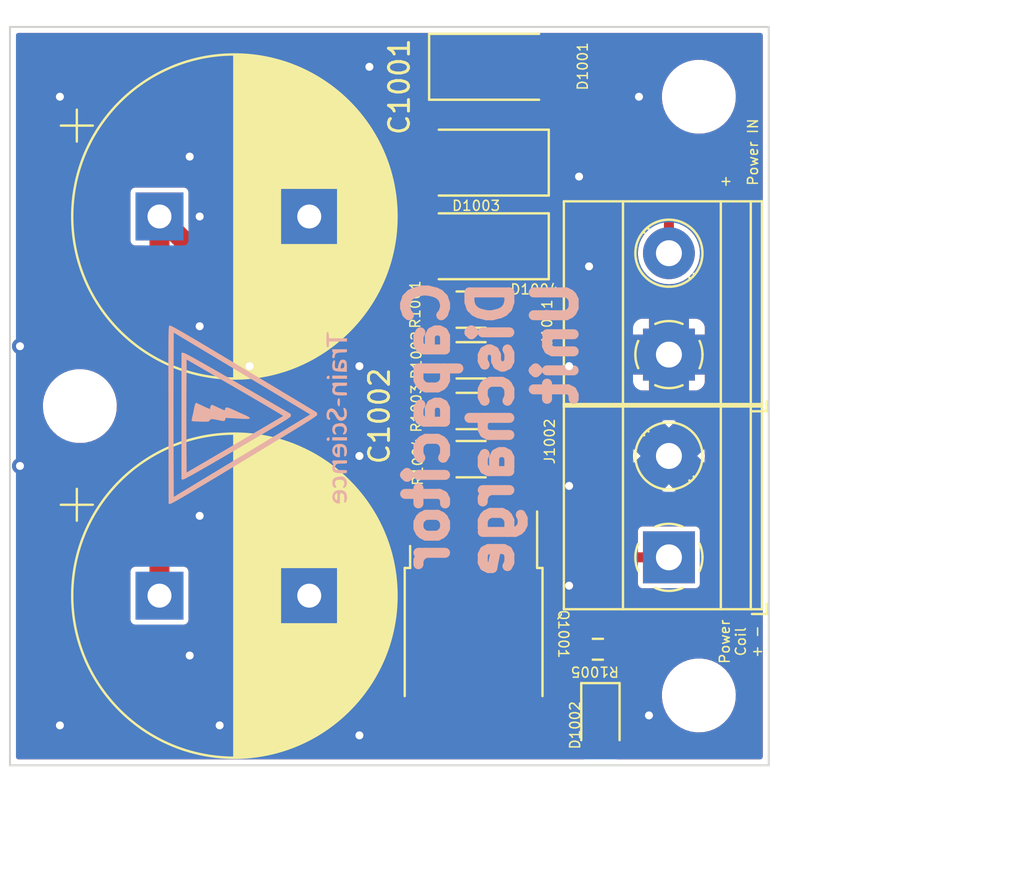
<source format=kicad_pcb>
(kicad_pcb (version 20221018) (generator pcbnew)
  (layers (0 "F.Cu" signal) (31 "B.Cu" signal) (34 "B.Paste" user) (35 "F.Paste" user) (36 "B.SilkS" user "B.Silkscreen") (37 "F.SilkS" user "F.Silkscreen") (38 "B.Mask" user) (39 "F.Mask" user) (44 "Edge.Cuts" user))
  (net 0 "")
  (net 1 "Net-(D1002-A)")
  (net 2 "Net-(D1001-K)")
  (net 3 "Net-(D1002-K)")
  (net 4 "GND")
  (net 5 "/AC1(+)")
  (net 6 "/OUT+")
  (footprint "MountingHole:MountingHole_3.2mm_M3" (layer "F.Cu") (at 81.5 71)
    (fp_text reference "REF**" hide)
    (fp_text value "MountingHole_3.2mm_M3")
    (pad "" np_thru_hole circle (at 0 0) (size 3.2 3.2) (drill 3.2) (layers "F&B.Cu" "*.Mask"))
  )
  (footprint "Diode_SMD:D_SMA" (layer "F.Cu") (at 102.5 54)
    (fp_text reference "D1001" (at 4.18 -0.025 90 unlocked) (layer "F.SilkS") (effects (font (size 0.5 0.5) (thickness 0.075))))
    (fp_text value "D")
    (pad "1" smd roundrect (at -2 0) (size 2.5 1.8) (layers "F.Cu" "F.Paste" "F.Mask") (roundrect_rratio 0.1388888889) (net 2 "Net-(D1001-K)"))
    (pad "2" smd roundrect (at 2 0) (size 2.5 1.8) (layers "F.Cu" "F.Paste" "F.Mask") (roundrect_rratio 0.1388888889) (net 5 "/AC1(+)"))
  )
  (footprint "LED_SMD:LED_0805_2012Metric_Pad1.15x1.40mm_HandSolder" (layer "F.Cu") (at 107.569 86.741 -90)
    (fp_text reference "D1002" (at 0.254 1.27 -270 unlocked) (layer "F.SilkS") (effects (font (size 0.5 0.5) (thickness 0.075))))
    (fp_text value "LED")
    (pad "1" smd roundrect (at -1.025 0 270) (size 1.15 1.4) (layers "F.Cu" "F.Paste" "F.Mask") (roundrect_rratio 0.2173913043) (net 3 "Net-(D1002-K)"))
    (pad "2" smd roundrect (at 1.025 0 270) (size 1.15 1.4) (layers "F.Cu" "F.Paste" "F.Mask") (roundrect_rratio 0.2173913043) (net 1 "Net-(D1002-A)"))
  )
  (footprint "Diode_SMD:D_SMA" (layer "F.Cu") (at 101.473 62.992 180)
    (fp_text reference "D1004" (at -2.794 -2.159 unlocked) (layer "F.SilkS") (effects (font (size 0.5 0.5) (thickness 0.075))))
    (fp_text value "D")
    (pad "1" smd roundrect (at -2 0 180) (size 2.5 1.8) (layers "F.Cu" "F.Paste" "F.Mask") (roundrect_rratio 0.1388888889) (net 6 "/OUT+"))
    (pad "2" smd roundrect (at 2 0 180) (size 2.5 1.8) (layers "F.Cu" "F.Paste" "F.Mask") (roundrect_rratio 0.1388888889) (net 1 "Net-(D1002-A)"))
  )
  (footprint "Capacitor_THT:CP_Radial_D16.0mm_P7.50mm" (layer "F.Cu") (at 85.487246 80.5)
    (fp_text reference "C1002" (at 11.012754 -9 90) (layer "F.SilkS"))
    (fp_text value "1000uF")
    (pad "1" thru_hole rect (at 0 0) (size 2.4 2.4) (drill 1.2) (layers "*.Cu" "*.Mask") (net 1 "Net-(D1002-A)"))
    (pad "2" thru_hole circle (at 7.5 0) (size 2.4 2.4) (drill 1.2) (layers "*.Cu" "*.Mask") (net 4 "GND"))
  )
  (footprint "MountingHole:MountingHole_3.2mm_M3" (layer "F.Cu") (at 112.5 55.5)
    (fp_text reference "REF**" hide)
    (fp_text value "MountingHole_3.2mm_M3")
    (pad "" np_thru_hole circle (at 0 0) (size 3.2 3.2) (drill 3.2) (layers "F&B.Cu" "*.Mask"))
  )
  (footprint "custom_kicad_lib_sk:R_1206_smalltext" (layer "F.Cu") (at 101.092 66.167)
    (fp_text reference "R1001" (at -2.794 -0.254 90 unlocked) (layer "F.SilkS") (effects (font (size 0.5 0.5) (thickness 0.075))))
    (fp_text value "2k")
    (pad "1" smd roundrect (at -1.4625 0) (size 1.125 1.75) (layers "F.Cu" "F.Paste" "F.Mask") (roundrect_rratio 0.2222222222) (net 2 "Net-(D1001-K)"))
    (pad "2" smd roundrect (at 1.4625 0) (size 1.125 1.75) (layers "F.Cu" "F.Paste" "F.Mask") (roundrect_rratio 0.2222222222) (net 6 "/OUT+"))
  )
  (footprint "custom_kicad_lib_sk:R_1206_smalltext" (layer "F.Cu") (at 101.092 73.66)
    (fp_text reference "R1004" (at -2.667 0.127 90 unlocked) (layer "F.SilkS") (effects (font (size 0.5 0.5) (thickness 0.075))))
    (fp_text value "2k")
    (pad "1" smd roundrect (at -1.4625 0) (size 1.125 1.75) (layers "F.Cu" "F.Paste" "F.Mask") (roundrect_rratio 0.2222222222) (net 2 "Net-(D1001-K)"))
    (pad "2" smd roundrect (at 1.4625 0) (size 1.125 1.75) (layers "F.Cu" "F.Paste" "F.Mask") (roundrect_rratio 0.2222222222) (net 6 "/OUT+"))
  )
  (footprint "TerminalBlock_Phoenix:TerminalBlock_Phoenix_MKDS-1,5-2-5.08_1x02_P5.08mm_Horizontal" (layer "F.Cu") (at 111 78.58 90)
    (fp_text reference "J1002" (at 5.809 -5.971 90 unlocked) (layer "F.SilkS") (effects (font (size 0.5 0.5) (thickness 0.075))))
    (fp_text value "Screw_Terminal_01x02")
    (pad "1" thru_hole rect (at 0 0 90) (size 2.6 2.6) (drill 1.3) (layers "*.Cu" "*.Mask") (net 6 "/OUT+"))
    (pad "2" thru_hole circle (at 5.08 0 90) (size 2.6 2.6) (drill 1.3) (layers "*.Cu" "*.Mask") (net 4 "GND"))
  )
  (footprint "custom_kicad_lib_sk:R_1206_smalltext" (layer "F.Cu") (at 101.092 71.247)
    (fp_text reference "R1003" (at -2.738 -0.127 90 unlocked) (layer "F.SilkS") (effects (font (size 0.5 0.5) (thickness 0.075))))
    (fp_text value "2k")
    (pad "1" smd roundrect (at -1.4625 0) (size 1.125 1.75) (layers "F.Cu" "F.Paste" "F.Mask") (roundrect_rratio 0.2222222222) (net 2 "Net-(D1001-K)"))
    (pad "2" smd roundrect (at 1.4625 0) (size 1.125 1.75) (layers "F.Cu" "F.Paste" "F.Mask") (roundrect_rratio 0.2222222222) (net 6 "/OUT+"))
  )
  (footprint "custom_kicad_lib_sk:R_1206_smalltext" (layer "F.Cu") (at 101.092 68.707)
    (fp_text reference "R1002" (at -2.738 -0.254 90 unlocked) (layer "F.SilkS") (effects (font (size 0.5 0.5) (thickness 0.075))))
    (fp_text value "2k")
    (pad "1" smd roundrect (at -1.4625 0) (size 1.125 1.75) (layers "F.Cu" "F.Paste" "F.Mask") (roundrect_rratio 0.2222222222) (net 2 "Net-(D1001-K)"))
    (pad "2" smd roundrect (at 1.4625 0) (size 1.125 1.75) (layers "F.Cu" "F.Paste" "F.Mask") (roundrect_rratio 0.2222222222) (net 6 "/OUT+"))
  )
  (footprint "MountingHole:MountingHole_3.2mm_M3" (layer "F.Cu") (at 112.5 85.5)
    (fp_text reference "REF**" hide)
    (fp_text value "MountingHole_3.2mm_M3")
    (pad "" np_thru_hole circle (at 0 0) (size 3.2 3.2) (drill 3.2) (layers "*.Cu" "*.Mask"))
  )
  (footprint "TerminalBlock_Phoenix:TerminalBlock_Phoenix_MKDS-1,5-2-5.08_1x02_P5.08mm_Horizontal" (layer "F.Cu") (at 111 68.42 90)
    (fp_text reference "J1001" (at 1.618 -6.098 90 unlocked) (layer "F.SilkS") (effects (font (size 0.5 0.5) (thickness 0.075))))
    (fp_text value "Screw_Terminal_01x02")
    (pad "1" thru_hole rect (at 0 0 90) (size 2.6 2.6) (drill 1.3) (layers "*.Cu" "*.Mask") (net 4 "GND"))
    (pad "2" thru_hole circle (at 5.08 0 90) (size 2.6 2.6) (drill 1.3) (layers "*.Cu" "*.Mask") (net 5 "/AC1(+)"))
  )
  (footprint "Capacitor_THT:CP_Radial_D16.0mm_P7.50mm" (layer "F.Cu") (at 85.487246 61.5)
    (fp_text reference "C1001" (at 12.012754 -6.5 90) (layer "F.SilkS"))
    (fp_text value "1000uF]")
    (pad "1" thru_hole rect (at 0 0) (size 2.4 2.4) (drill 1.2) (layers "*.Cu" "*.Mask") (net 1 "Net-(D1002-A)"))
    (pad "2" thru_hole circle (at 7.5 0) (size 2.4 2.4) (drill 1.2) (layers "*.Cu" "*.Mask") (net 4 "GND"))
  )
  (footprint "Package_TO_SOT_SMD:TO-252-2" (layer "F.Cu") (at 101.219 82.423 -90)
    (fp_text reference "Q1001" (at 0 -4.5 -90 unlocked) (layer "F.SilkS") (effects (font (size 0.5 0.5) (thickness 0.075))))
    (fp_text value "4A_DARLINGTON")
    (pad "1" smd roundrect (at -5.04 -2.28 270) (size 2.2 1.2) (layers "F.Cu" "F.Paste" "F.Mask") (roundrect_rratio 0.2083333333) (net 6 "/OUT+"))
    (pad "2" smd roundrect (at -0.415 -1.525 270) (size 3.05 2.75) (layers "F.Cu" "F.Paste") (roundrect_rratio 0.09090909091) (net 2 "Net-(D1001-K)"))
    (pad "2" smd roundrect (at -0.415 1.525 270) (size 3.05 2.75) (layers "F.Cu" "F.Paste") (roundrect_rratio 0.09090909091) (net 2 "Net-(D1001-K)"))
    (pad "2" smd roundrect (at 1.26 0 270) (size 6.4 5.8) (layers "F.Cu" "F.Mask") (roundrect_rratio 0.04310293103) (net 2 "Net-(D1001-K)"))
    (pad "2" smd roundrect (at 2.935 -1.525 270) (size 3.05 2.75) (layers "F.Cu" "F.Paste") (roundrect_rratio 0.09090909091) (net 2 "Net-(D1001-K)"))
    (pad "2" smd roundrect (at 2.935 1.525 270) (size 3.05 2.75) (layers "F.Cu" "F.Paste") (roundrect_rratio 0.09090909091) (net 2 "Net-(D1001-K)"))
    (pad "3" smd roundrect (at -5.04 2.28 270) (size 2.2 1.2) (layers "F.Cu" "F.Paste" "F.Mask") (roundrect_rratio 0.2083333333) (net 1 "Net-(D1002-A)"))
  )
  (footprint "custom_kicad_lib_sk:R_0603_smalltext" (layer "F.Cu") (at 107.442 83.185 180)
    (fp_text reference "R1005" (at 0.15 -1.125 180 unlocked) (layer "F.SilkS") (effects (font (size 0.5 0.5) (thickness 0.075))))
    (fp_text value "1k")
    (pad "1" smd roundrect (at -0.9125 0 180) (size 0.975 0.95) (layers "F.Cu" "F.Paste" "F.Mask") (net 3 "Net-(D1002-K)"))
    (pad "2" smd roundrect (at 0.9125 0 180) (size 0.975 0.95) (layers "F.Cu" "F.Paste" "F.Mask") (net 4 "GND"))
  )
  (footprint "Diode_SMD:D_SMA" (layer "F.Cu") (at 101.473 58.801 180)
    (fp_text reference "D1003" (at 0.127 -2.159 unlocked) (layer "F.SilkS") (effects (font (size 0.5 0.5) (thickness 0.075))))
    (fp_text value "D")
    (pad "1" smd roundrect (at -2 0 180) (size 2.5 1.8) (layers "F.Cu" "F.Paste" "F.Mask") (roundrect_rratio 0.1388888889) (net 1 "Net-(D1002-A)"))
    (pad "2" smd roundrect (at 2 0 180) (size 2.5 1.8) (layers "F.Cu" "F.Paste" "F.Mask") (roundrect_rratio 0.1388888889) (net 4 "GND"))
  )
  (footprint "custom_kicad_lib_sk:Train-Science logo small" (layer "B.Cu") (at 90.5 71.5 -90)
    (fp_text reference "G***" hide)
    (fp_text value "LOGO" hide)
  )
  (gr_line (start 116 52) (end 116 89) (stroke (width 0.1)) (layer "Edge.Cuts"))
  (gr_line (start 116 89) (end 78 89) (stroke (width 0.1)) (layer "Edge.Cuts"))
  (gr_line (start 78 52) (end 116 52) (stroke (width 0.1)) (layer "Edge.Cuts"))
  (gr_line (start 78 66) (end 78 89) (stroke (width 0.1)) (layer "Edge.Cuts"))
  (gr_line (start 78 66) (end 78 52) (stroke (width 0.1)) (layer "Edge.Cuts"))
  (gr_text "Capacitor\nDischarge\nUnit" (at 106.5 64.5 90) (layer "B.SilkS") (effects (font (size 2 2) (thickness 0.5) bold) (justify left bottom mirror)))
  (gr_text "Power IN" (at 115.5 60 90) (layer "F.SilkS") (effects (font (size 0.5 0.5) (thickness 0.075)) (justify left bottom)))
  (gr_text "+" (at 113.5 60) (layer "F.SilkS") (effects (font (size 0.5 0.5) (thickness 0.075)) (justify left bottom)))
  (gr_text "Power\nCoil\n+ -" (at 115.697 82.804 90) (layer "F.SilkS") (effects (font (size 0.5 0.5) (thickness 0.075)) (justify bottom)))
  (segment (start 98.939 77.383) (end 98.617 77.061) (width 0.5) (layer "F.Cu") (net 1))
  (segment (start 97.869 78.453) (end 97.869 86.922951) (width 0.5) (layer "F.Cu") (net 1))
  (segment (start 87.387246 63.4) (end 99.065 63.4) (width 1) (layer "F.Cu") (net 1))
  (segment (start 98.617 63.848) (end 99.473 62.992) (width 0.5) (layer "F.Cu") (net 1))
  (segment (start 85.487246 61.5) (end 87.387246 63.4) (width 1) (layer "F.Cu") (net 1))
  (segment (start 85.487246 80.5) (end 85.487246 61.5) (width 1) (layer "F.Cu") (net 1))
  (segment (start 97.869 86.922951) (end 98.712049 87.766) (width 0.5) (layer "F.Cu") (net 1))
  (segment (start 103.251 58.801) (end 99.473 62.579) (width 1) (layer "F.Cu") (net 1))
  (segment (start 103.473 58.801) (end 103.251 58.801) (width 1) (layer "F.Cu") (net 1))
  (segment (start 99.065 63.4) (end 99.473 62.992) (width 1) (layer "F.Cu") (net 1))
  (segment (start 98.939 77.383) (end 97.869 78.453) (width 0.5) (layer "F.Cu") (net 1))
  (segment (start 98.712049 87.766) (end 107.569 87.766) (width 0.5) (layer "F.Cu") (net 1))
  (segment (start 98.617 77.061) (end 98.617 63.848) (width 0.5) (layer "F.Cu") (net 1))
  (segment (start 99.473 62.579) (end 99.473 62.992) (width 1) (layer "F.Cu") (net 1))
  (segment (start 101.4295 62.0195) (end 103.298 60.151) (width 0.5) (layer "F.Cu") (net 2))
  (segment (start 101.346 83.556) (end 101.346 75.692) (width 0.5) (layer "F.Cu") (net 2))
  (segment (start 101.5 54) (end 100.5 54) (width 0.5) (layer "F.Cu") (net 2))
  (segment (start 99.6295 65.0895) (end 100.377 64.342) (width 0.5) (layer "F.Cu") (net 2))
  (segment (start 100.377 64.342) (end 100.762949 64.342) (width 0.5) (layer "F.Cu") (net 2))
  (segment (start 101.219 83.683) (end 101.346 83.556) (width 0.5) (layer "F.Cu") (net 2))
  (segment (start 105.4295 57.9295) (end 101.5 54) (width 0.5) (layer "F.Cu") (net 2))
  (segment (start 101.346 75.692) (end 99.6295 73.9755) (width 0.5) (layer "F.Cu") (net 2))
  (segment (start 100.762949 64.342) (end 101.4295 63.675449) (width 0.5) (layer "F.Cu") (net 2))
  (segment (start 101.4295 63.675449) (end 101.4295 62.0195) (width 0.5) (layer "F.Cu") (net 2))
  (segment (start 105.4295 59.484449) (end 105.4295 57.9295) (width 0.5) (layer "F.Cu") (net 2))
  (segment (start 103.298 60.151) (end 104.762949 60.151) (width 0.5) (layer "F.Cu") (net 2))
  (segment (start 104.762949 60.151) (end 105.4295 59.484449) (width 0.5) (layer "F.Cu") (net 2))
  (segment (start 99.6295 73.9755) (end 99.6295 65.0895) (width 0.5) (layer "F.Cu") (net 2))
  (segment (start 107.569 83.9705) (end 108.3545 83.185) (width 0.5) (layer "F.Cu") (net 3))
  (segment (start 107.569 85.716) (end 107.569 83.9705) (width 0.5) (layer "F.Cu") (net 3))
  (via (at 80.5 55.5) (size 0.8) (drill 0.4) (layers "F.Cu" "B.Cu") (net 4))
  (via (at 106 69) (size 0.8) (drill 0.4) (layers "F.Cu" "B.Cu") (net 4))
  (via (at 110 86.5) (size 0.8) (drill 0.4) (layers "F.Cu" "B.Cu") (net 4))
  (via (at 95.5 69) (size 0.8) (drill 0.4) (layers "F.Cu" "B.Cu") (net 4))
  (via (at 90 69) (size 0.8) (drill 0.4) (layers "F.Cu" "B.Cu") (net 4))
  (via (at 87 83.5) (size 0.8) (drill 0.4) (layers "F.Cu" "B.Cu") (net 4))
  (via (at 96 54) (size 0.8) (drill 0.4) (layers "F.Cu" "B.Cu") (net 4))
  (via (at 88.5 87) (size 0.8) (drill 0.4) (layers "F.Cu" "B.Cu") (net 4))
  (via (at 95.5 87.5) (size 0.8) (drill 0.4) (layers "F.Cu" "B.Cu") (net 4))
  (via (at 106 80) (size 0.8) (drill 0.4) (layers "F.Cu" "B.Cu") (net 4))
  (via (at 80.5 87) (size 0.8) (drill 0.4) (layers "F.Cu" "B.Cu") (net 4))
  (via (at 78.5 68) (size 0.8) (drill 0.4) (layers "F.Cu" "B.Cu") (net 4))
  (via (at 87.5 67) (size 0.8) (drill 0.4) (layers "F.Cu" "B.Cu") (net 4))
  (via (at 87.5 61.5) (size 0.8) (drill 0.4) (layers "F.Cu" "B.Cu") (net 4))
  (via (at 87.5 76.5) (size 0.8) (drill 0.4) (layers "F.Cu" "B.Cu") (net 4))
  (via (at 95.5 73.5) (size 0.8) (drill 0.4) (layers "F.Cu" "B.Cu") (net 4))
  (via (at 106.5 59.5) (size 0.8) (drill 0.4) (layers "F.Cu" "B.Cu") (net 4))
  (via (at 78.5 74) (size 0.8) (drill 0.4) (layers "F.Cu" "B.Cu") (net 4))
  (via (at 109.5 55.5) (size 0.8) (drill 0.4) (layers "F.Cu" "B.Cu") (net 4))
  (via (at 87 58.5) (size 0.8) (drill 0.4) (layers "F.Cu" "B.Cu") (net 4))
  (via (at 107 64) (size 0.8) (drill 0.4) (layers "F.Cu" "B.Cu") (net 4))
  (via (at 106 75) (size 0.8) (drill 0.4) (layers "F.Cu" "B.Cu") (net 4))
  (segment (start 104.5 54) (end 111 60.5) (width 0.5) (layer "F.Cu") (net 5))
  (segment (start 111 60.5) (end 111 63.34) (width 0.5) (layer "F.Cu") (net 5))
  (segment (start 102.5545 69.158) (end 102.489 69.0925) (width 0.5) (layer "F.Cu") (net 6))
  (segment (start 102.489 65.151) (end 103.473 64.167) (width 0.5) (layer "F.Cu") (net 6))
  (segment (start 103.499 77.383) (end 103.499 75.051) (width 0.5) (layer "F.Cu") (net 6))
  (segment (start 103.473 64.167) (end 103.473 62.992) (width 0.5) (layer "F.Cu") (net 6))
  (segment (start 104.234 78.58) (end 103.499 77.845) (width 0.5) (layer "F.Cu") (net 6))
  (segment (start 102.5545 74.1065) (end 102.5545 73.66) (width 0.5) (layer "F.Cu") (net 6))
  (segment (start 102.5545 73.66) (end 102.5545 66.167) (width 0.5) (layer "F.Cu") (net 6))
  (segment (start 103.499 77.845) (end 103.499 77.383) (width 0.5) (layer "F.Cu") (net 6))
  (segment (start 102.489 69.0925) (end 102.489 65.151) (width 0.5) (layer "F.Cu") (net 6))
  (segment (start 111 78.58) (end 104.234 78.58) (width 0.5) (layer "F.Cu") (net 6))
  (segment (start 103.499 75.051) (end 102.5545 74.1065) (width 0.5) (layer "F.Cu") (net 6))
  (zone (net 4) (net_name "GND") (layers "F&B.Cu") (connect_pads (clearance 0.25)) (min_thickness 0.25) (fill yes (thermal_gap 0.5) (thermal_bridge_width 2))
    (polygon (pts (xy 116.5 51.5) (xy 116.5 89.5) (xy 77.5 89.5) (xy 77.5 51.5)))
  )
)
</source>
